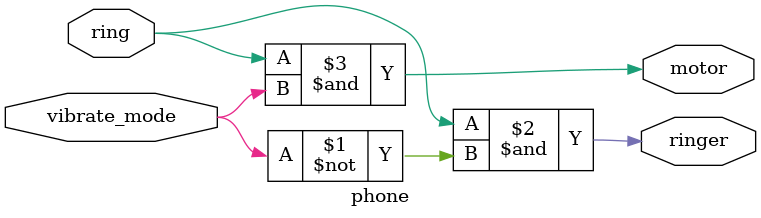
<source format=v>
`timescale 1ns / 1ps

module phone(

input    ring                             ,
input    vibrate_mode                     ,
output   ringer                           ,
output   motor)                           ;
                       
assign   ringer  = ring & (~vibrate_mode) ;
assign   motor   = ring & vibrate_mode    ;                       
endmodule

</source>
